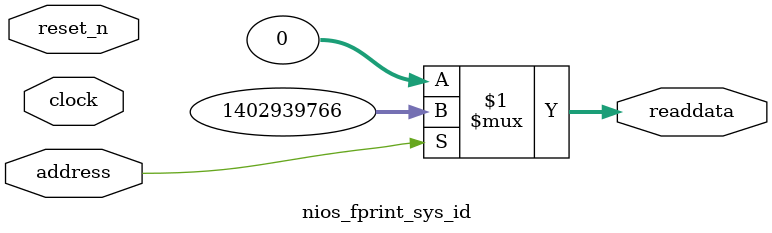
<source format=v>

`timescale 1ns / 1ps
// synthesis translate_on

// turn off superfluous verilog processor warnings 
// altera message_level Level1 
// altera message_off 10034 10035 10036 10037 10230 10240 10030 

module nios_fprint_sys_id (
               // inputs:
                address,
                clock,
                reset_n,

               // outputs:
                readdata
             )
;

  output  [ 31: 0] readdata;
  input            address;
  input            clock;
  input            reset_n;

  wire    [ 31: 0] readdata;
  //control_slave, which is an e_avalon_slave
  assign readdata = address ? 1402939766 : 0;

endmodule




</source>
